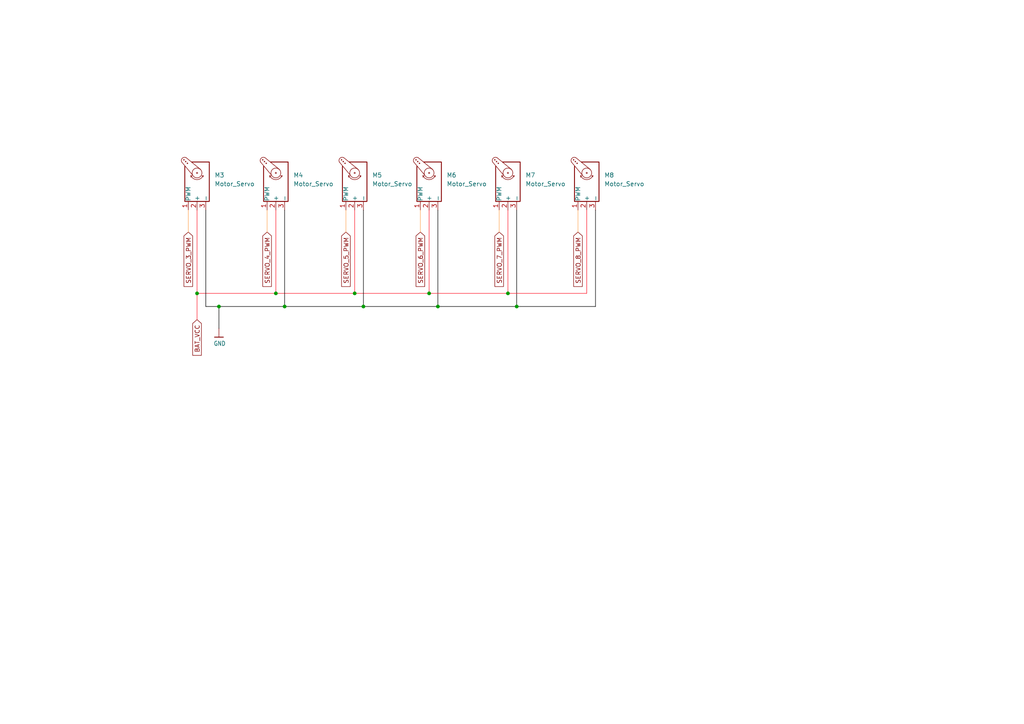
<source format=kicad_sch>
(kicad_sch (version 20231120) (generator "eeschema") (generator_version "8.0")
  (paper "A4")
  (lib_symbols
    (symbol "Adafruit PCA9685 rev C-eagle-import:microbuilder_GND" (power)
      (symbol "microbuilder_GND_1_0"
        (polyline (pts (xy -1.27 0) (xy 1.27 0)) (stroke (width 0.254)))
        (pin power_in line (at 0 2.54 270) (length 2.54) (name "GND") (number "1"))
      )
    )
    (symbol "Motor:Motor_Servo" (pin_names (offset 0.0254))
      (property "Reference" "M" (at -5.08 4.445 0))
      (property "Value" "Motor_Servo" (at -5.08 -4.064 0))
      (symbol "Motor_Servo_0_1"
        (polyline (pts (xy 2.413 -1.778) (xy 2.032 -1.778)))
        (polyline (pts (xy 2.413 -1.778) (xy 2.286 -1.397)))
        (polyline (pts (xy 2.413 1.778) (xy 1.905 1.778)))
        (polyline (pts (xy 2.413 1.778) (xy 2.286 1.397)))
        (polyline (pts (xy 6.35 4.445) (xy 2.54 1.27)))
        (polyline (pts (xy 7.62 3.175) (xy 4.191 -1.016)))
        (polyline (pts (xy 5.08 3.556) (xy -5.08 3.556) (xy -5.08 -3.556) (xy 6.35 -3.556) (xy 6.35 1.524)) (stroke (width 0.254)))
        (arc (start 2.413 1.778) (mid 1.2406 0) (end 2.413 -1.778))
        (circle (center 3.175 0) (radius 0.1778))
        (circle (center 3.175 0) (radius 1.4224))
        (circle (center 5.969 2.794) (radius 0.127))
        (circle (center 6.477 3.302) (radius 0.127))
        (circle (center 6.985 3.81) (radius 0.127))
        (arc (start 7.62 3.175) (mid 7.4485 4.2735) (end 6.35 4.445))
      )
      (symbol "Motor_Servo_1_1"
        (pin passive line (at -7.62 2.54 0) (length 2.54) (name "PWM") (number "1"))
        (pin passive line (at -7.62 0 0) (length 2.54) (name "+") (number "2"))
        (pin passive line (at -7.62 -2.54 0) (length 2.54) (name "-") (number "3"))
      )
    )
  )
  (junction (at 147.32 85.09))
  (junction (at 102.87 85.09))
  (junction (at 127 88.9))
  (junction (at 124.46 85.09))
  (junction (at 82.55 88.9))
  (junction (at 105.41 88.9))
  (junction (at 149.86 88.9))
  (junction (at 80.01 85.09))
  (junction (at 57.15 85.09))
  (junction (at 63.5 88.9))
  (wire (pts (xy 105.41 88.9) (xy 127 88.9)) (stroke (width 0) (color 0 0 0 1)))
  (wire (pts (xy 57.15 85.09) (xy 80.01 85.09)) (stroke (width 0) (color 255 31 47 1)))
  (wire (pts (xy 102.87 85.09) (xy 124.46 85.09)) (stroke (width 0) (color 255 31 47 1)))
  (wire (pts (xy 63.5 88.9) (xy 82.55 88.9)) (stroke (width 0) (color 0 0 0 1)))
  (wire (pts (xy 57.15 85.09) (xy 57.15 92.71)) (stroke (width 0) (color 255 31 47 1)))
  (wire (pts (xy 59.69 88.9) (xy 63.5 88.9)) (stroke (width 0) (color 0 0 0 1)))
  (wire (pts (xy 124.46 85.09) (xy 147.32 85.09)) (stroke (width 0) (color 255 31 47 1)))
  (wire (pts (xy 82.55 88.9) (xy 105.41 88.9)) (stroke (width 0) (color 0 0 0 1)))
  (wire (pts (xy 147.32 60.96) (xy 147.32 85.09)) (stroke (width 0) (color 255 31 47 1)))
  (wire (pts (xy 144.78 60.96) (xy 144.78 67.31)) (stroke (width 0) (color 255 169 92 1)))
  (wire (pts (xy 57.15 60.96) (xy 57.15 85.09)) (stroke (width 0) (color 255 31 47 1)))
  (wire (pts (xy 121.92 60.96) (xy 121.92 67.31)) (stroke (width 0) (color 255 169 92 1)))
  (wire (pts (xy 105.41 60.96) (xy 105.41 88.9)) (stroke (width 0) (color 0 0 0 1)))
  (wire (pts (xy 100.33 60.96) (xy 100.33 67.31)) (stroke (width 0) (color 255 169 92 1)))
  (wire (pts (xy 127 88.9) (xy 149.86 88.9)) (stroke (width 0) (color 0 0 0 1)))
  (wire (pts (xy 80.01 60.96) (xy 80.01 85.09)) (stroke (width 0) (color 255 31 47 1)))
  (wire (pts (xy 80.01 85.09) (xy 102.87 85.09)) (stroke (width 0) (color 255 31 47 1)))
  (wire (pts (xy 63.5 88.9) (xy 63.5 95.25)) (stroke (width 0) (color 0 0 0 1)))
  (wire (pts (xy 82.55 60.96) (xy 82.55 88.9)) (stroke (width 0) (color 0 0 0 1)))
  (wire (pts (xy 149.86 60.96) (xy 149.86 88.9)) (stroke (width 0) (color 0 0 0 1)))
  (wire (pts (xy 124.46 60.96) (xy 124.46 85.09)) (stroke (width 0) (color 255 31 47 1)))
  (wire (pts (xy 149.86 88.9) (xy 172.72 88.9)) (stroke (width 0) (color 0 0 0 1)))
  (wire (pts (xy 54.61 60.96) (xy 54.61 67.31)) (stroke (width 0) (color 255 169 92 1)))
  (wire (pts (xy 167.64 60.96) (xy 167.64 67.31)) (stroke (width 0) (color 255 169 92 1)))
  (wire (pts (xy 147.32 85.09) (xy 170.18 85.09)) (stroke (width 0) (color 255 31 47 1)))
  (wire (pts (xy 170.18 60.96) (xy 170.18 85.09)) (stroke (width 0) (color 255 31 47 1)))
  (wire (pts (xy 59.69 60.96) (xy 59.69 88.9)) (stroke (width 0) (color 0 0 0 1)))
  (wire (pts (xy 102.87 60.96) (xy 102.87 85.09)) (stroke (width 0) (color 255 31 47 1)))
  (wire (pts (xy 127 60.96) (xy 127 88.9)) (stroke (width 0) (color 0 0 0 1)))
  (wire (pts (xy 77.47 60.96) (xy 77.47 67.31)) (stroke (width 0) (color 255 169 92 1)))
  (wire (pts (xy 172.72 60.96) (xy 172.72 88.9)) (stroke (width 0) (color 0 0 0 1)))
  (global_label "SERVO_4_PWM" (shape input) (at 77.47 67.31 270) (property "Intersheetrefs" "${INTERSHEET_REFS}" (effects (hide yes))))
  (global_label "SERVO_7_PWM" (shape input) (at 144.78 67.31 270) (property "Intersheetrefs" "${INTERSHEET_REFS}" (effects (hide yes))))
  (global_label "SERVO_8_PWM" (shape input) (at 167.64 67.31 270) (property "Intersheetrefs" "${INTERSHEET_REFS}" (effects (hide yes))))
  (global_label "BAT_VCC" (shape input) (at 57.15 92.71 270) (property "Intersheetrefs" "${INTERSHEET_REFS}" (effects (hide yes))))
  (global_label "SERVO_3_PWM" (shape input) (at 54.61 67.31 270) (property "Intersheetrefs" "${INTERSHEET_REFS}" (effects (hide yes))))
  (global_label "SERVO_6_PWM" (shape input) (at 121.92 67.31 270) (property "Intersheetrefs" "${INTERSHEET_REFS}" (effects (hide yes))))
  (global_label "SERVO_5_PWM" (shape input) (at 100.33 67.31 270) (property "Intersheetrefs" "${INTERSHEET_REFS}" (effects (hide yes))))
  (symbol (lib_id "Motor:Motor_Servo") (at 80.01 53.34 90) (unit 1)
    (property "Reference" "M4" (at 85.09 50.811 90) (effects (justify right)))
    (property "Value" "Motor_Servo" (at 85.09 53.351 90) (effects (justify right)))
    (property "Datasheet" "http://forums.parallax.com/uploads/attachments/46831/74481.png" (effects (hide yes)))
    (property "Description" "Servo Motor (Futaba, HiTec, JR connector)" (effects (hide yes)))
  )
  (symbol (lib_id "Motor:Motor_Servo") (at 124.46 53.34 90) (unit 1)
    (property "Reference" "M6" (at 129.54 50.811 90) (effects (justify right)))
    (property "Value" "Motor_Servo" (at 129.54 53.351 90) (effects (justify right)))
    (property "Datasheet" "http://forums.parallax.com/uploads/attachments/46831/74481.png" (effects (hide yes)))
    (property "Description" "Servo Motor (Futaba, HiTec, JR connector)" (effects (hide yes)))
  )
  (symbol (lib_id "Motor:Motor_Servo") (at 170.18 53.34 90) (unit 1)
    (property "Reference" "M8" (at 175.26 50.811 90) (effects (justify right)))
    (property "Value" "Motor_Servo" (at 175.26 53.351 90) (effects (justify right)))
    (property "Datasheet" "http://forums.parallax.com/uploads/attachments/46831/74481.png" (effects (hide yes)))
    (property "Description" "Servo Motor (Futaba, HiTec, JR connector)" (effects (hide yes)))
  )
  (symbol (lib_id "Motor:Motor_Servo") (at 102.87 53.34 90) (unit 1)
    (property "Reference" "M5" (at 107.95 50.811 90) (effects (justify right)))
    (property "Value" "Motor_Servo" (at 107.95 53.351 90) (effects (justify right)))
    (property "Datasheet" "http://forums.parallax.com/uploads/attachments/46831/74481.png" (effects (hide yes)))
    (property "Description" "Servo Motor (Futaba, HiTec, JR connector)" (effects (hide yes)))
  )
  (symbol (lib_id "Adafruit PCA9685 rev C-eagle-import:microbuilder_GND") (at 63.5 97.79 0) (unit 1)
    (property "Reference" "#U$07" (effects (hide yes)))
    (property "Value" "GND" (at 61.976 100.33 0) (effects (font (size 1.27 1.0795)) (justify left bottom)))
  )
  (symbol (lib_id "Motor:Motor_Servo") (at 147.32 53.34 90) (unit 1)
    (property "Reference" "M7" (at 152.4 50.811 90) (effects (justify right)))
    (property "Value" "Motor_Servo" (at 152.4 53.351 90) (effects (justify right)))
    (property "Datasheet" "http://forums.parallax.com/uploads/attachments/46831/74481.png" (effects (hide yes)))
    (property "Description" "Servo Motor (Futaba, HiTec, JR connector)" (effects (hide yes)))
  )
  (symbol (lib_id "Motor:Motor_Servo") (at 57.15 53.34 90) (unit 1)
    (property "Reference" "M3" (at 62.23 50.811 90) (effects (justify right)))
    (property "Value" "Motor_Servo" (at 62.23 53.351 90) (effects (justify right)))
    (property "Datasheet" "http://forums.parallax.com/uploads/attachments/46831/74481.png" (effects (hide yes)))
    (property "Description" "Servo Motor (Futaba, HiTec, JR connector)" (effects (hide yes)))
  )
)
</source>
